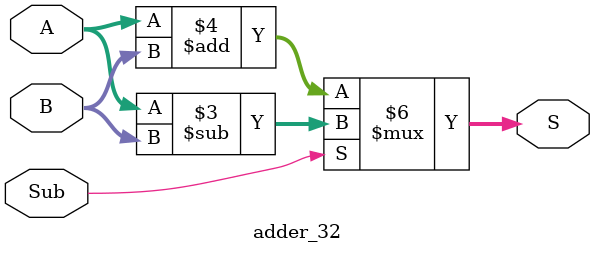
<source format=v>
`timescale 1ns / 1ps
module adder_32(A, B, S, Sub);
   input [31:0] A, B;
	input Sub;
   output reg [31:0] S;

	always @(A, B, Sub) begin
	if(Sub == 1)
			S = A - B;
	else
			S = A + B; 
	end
endmodule

</source>
